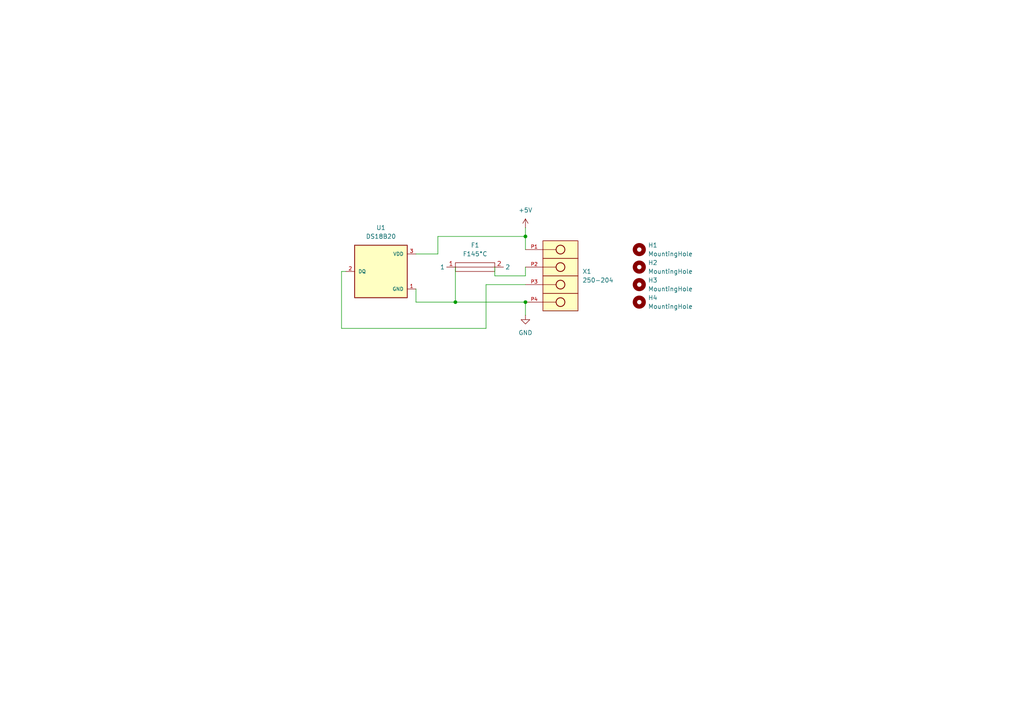
<source format=kicad_sch>
(kicad_sch (version 20231120) (generator "eeschema") (generator_version "8.0")
  (paper "A4")
  (lib_symbols
    (symbol "Mechanical:MountingHole" (pin_names (offset 1.016)) (exclude_from_sim yes) (in_bom no)
      (property "Reference" "H" (at 0 5.08 0))
      (property "Value" "MountingHole" (at 0 3.175 0))
      (symbol "MountingHole_0_1"
        (circle (center 0 0) (radius 1.27) (stroke (width 1.27)))
      )
    )
    (symbol "Snapeda:250-204" (pin_names (offset 1.016))
      (property "Reference" "X" (at -5.0878 10.8115 0))
      (property "Value" "250-204" (at -5.0863 -12.7158 0))
      (symbol "250-204_0_0"
        (rectangle (start -5.08 -10.16) (end 5.08 10.16) (stroke (width 0.2)) (fill (type background)))
        (circle (center 0 -7.62) (radius 1.27) (stroke (width 0.254)))
        (circle (center 0 -2.54) (radius 1.27) (stroke (width 0.254)))
        (polyline (pts (xy -5.08 -5.08) (xy 5.08 -5.08)) (stroke (width 0.2)))
        (polyline (pts (xy -5.08 5.08) (xy 5.08 5.08)) (stroke (width 0.2)))
        (polyline (pts (xy -1.27 -7.62) (xy -5.08 -7.62)) (stroke (width 0.1524)))
        (polyline (pts (xy -1.27 -2.54) (xy -5.08 -2.54)) (stroke (width 0.1524)))
        (polyline (pts (xy -1.27 2.54) (xy -5.08 2.54)) (stroke (width 0.1524)))
        (polyline (pts (xy -1.27 7.62) (xy -5.08 7.62)) (stroke (width 0.1524)))
        (polyline (pts (xy 5.08 0) (xy -5.08 0)) (stroke (width 0.2)))
        (circle (center 0 2.54) (radius 1.27) (stroke (width 0.254)))
        (circle (center 0 7.62) (radius 1.27) (stroke (width 0.254)))
        (pin passive line (at -10.16 7.62 0) (length 5.08) (name "~") (number "P1"))
        (pin passive line (at -10.16 2.54 0) (length 5.08) (name "~") (number "P2"))
        (pin passive line (at -10.16 -2.54 0) (length 5.08) (name "~") (number "P3"))
        (pin passive line (at -10.16 -7.62 0) (length 5.08) (name "~") (number "P4"))
      )
    )
    (symbol "Snapeda:DS18B20" (pin_names (offset 1.016))
      (property "Reference" "U" (at -7.6345 7.889 0))
      (property "Value" "DS18B20" (at -7.6233 -7.8775 0))
      (symbol "DS18B20_0_0"
        (rectangle (start -7.62 -7.62) (end 7.62 7.62) (stroke (width 0.254)) (fill (type background)))
        (pin power_in line (at 10.16 -5.08 180) (length 2.54) (name "GND") (number "1"))
        (pin bidirectional line (at -10.16 0 0) (length 2.54) (name "DQ") (number "2"))
        (pin power_in line (at 10.16 5.08 180) (length 2.54) (name "VDD") (number "3"))
      )
    )
    (symbol "Thermal-Fuses:U?"
      (property "Reference" "F?" (at -3.048 0 0))
      (property "Value" "F145°C" (at 0 0 0))
      (symbol "U?_0_1"
        (rectangle (start -1.27 5.08) (end 1.27 -6.35))
        (polyline (pts (xy 0 -6.35) (xy 0 5.08)))
      )
      (symbol "U?_1_1"
        (pin passive line (at 0 5.08 90) (length 2.54) (name "1") (number "1"))
        (pin passive line (at 0 -6.35 270) (length 2.54) (name "2") (number "2"))
      )
    )
    (symbol "power:+5V" (power) (pin_numbers hide) (pin_names (offset 0) hide)
      (property "Value" "+5V" (at 0 3.556 0))
      (symbol "+5V_0_1"
        (polyline (pts (xy -0.762 1.27) (xy 0 2.54)))
        (polyline (pts (xy 0 0) (xy 0 2.54)))
        (polyline (pts (xy 0 2.54) (xy 0.762 1.27)))
      )
      (symbol "+5V_1_1"
        (pin power_in line (at 0 0 90) (length 0) (name "~") (number "1"))
      )
    )
    (symbol "power:GND" (power) (pin_numbers hide) (pin_names (offset 0) hide)
      (property "Value" "GND" (at 0 -3.81 0))
      (symbol "GND_0_1"
        (polyline (pts (xy 0 0) (xy 0 -1.27) (xy 1.27 -1.27) (xy 0 -2.54) (xy -1.27 -1.27) (xy 0 -1.27)))
      )
      (symbol "GND_1_1"
        (pin power_in line (at 0 0 270) (length 0) (name "~") (number "1"))
      )
    )
  )
  (junction (at 152.4 68.58))
  (junction (at 132.08 87.63))
  (junction (at 152.4 87.63))
  (wire (pts (xy 127 68.58) (xy 152.4 68.58)))
  (wire (pts (xy 152.4 68.58) (xy 152.4 72.39)))
  (wire (pts (xy 140.97 95.25) (xy 140.97 82.55)))
  (wire (pts (xy 127 73.66) (xy 127 68.58)))
  (wire (pts (xy 120.65 87.63) (xy 132.08 87.63)))
  (wire (pts (xy 143.51 80.01) (xy 152.4 80.01)))
  (wire (pts (xy 140.97 82.55) (xy 152.4 82.55)))
  (wire (pts (xy 152.4 80.01) (xy 152.4 77.47)))
  (wire (pts (xy 120.65 83.82) (xy 120.65 87.63)))
  (wire (pts (xy 120.65 73.66) (xy 127 73.66)))
  (wire (pts (xy 152.4 66.04) (xy 152.4 68.58)))
  (wire (pts (xy 132.08 77.47) (xy 132.08 87.63)))
  (wire (pts (xy 143.51 77.47) (xy 143.51 80.01)))
  (wire (pts (xy 99.06 95.25) (xy 140.97 95.25)))
  (wire (pts (xy 152.4 91.44) (xy 152.4 87.63)))
  (wire (pts (xy 100.33 78.74) (xy 99.06 78.74)))
  (wire (pts (xy 132.08 87.63) (xy 152.4 87.63)))
  (wire (pts (xy 99.06 78.74) (xy 99.06 95.25)))
  (symbol (lib_id "power:GND") (at 152.4 91.44 0) (unit 1)
    (property "Reference" "#PWR02" (effects (hide yes)))
    (property "Value" "GND" (at 152.4 96.52 0))
    (property "Description" "Power symbol creates a global label with name \"GND\" , ground" (effects (hide yes)))
  )
  (symbol (lib_id "Mechanical:MountingHole") (at 185.42 77.47 0) (unit 1) (exclude_from_sim yes) (in_bom no)
    (property "Reference" "H2" (at 187.96 76.1999 0) (effects (justify left)))
    (property "Value" "MountingHole" (at 187.96 78.7399 0) (effects (justify left)))
    (property "Footprint" "MountingHole:MountingHole_3.2mm_M3" (effects (hide yes)))
    (property "Description" "Mounting Hole without connection" (effects (hide yes)))
  )
  (symbol (lib_id "Mechanical:MountingHole") (at 185.42 82.55 0) (unit 1) (exclude_from_sim yes) (in_bom no)
    (property "Reference" "H3" (at 187.96 81.2799 0) (effects (justify left)))
    (property "Value" "MountingHole" (at 187.96 83.8199 0) (effects (justify left)))
    (property "Footprint" "MountingHole:MountingHole_3.2mm_M3" (effects (hide yes)))
    (property "Description" "Mounting Hole without connection" (effects (hide yes)))
  )
  (symbol (lib_id "Mechanical:MountingHole") (at 185.42 87.63 0) (unit 1) (exclude_from_sim yes) (in_bom no)
    (property "Reference" "H4" (at 187.96 86.3599 0) (effects (justify left)))
    (property "Value" "MountingHole" (at 187.96 88.8999 0) (effects (justify left)))
    (property "Footprint" "MountingHole:MountingHole_3.2mm_M3" (effects (hide yes)))
    (property "Description" "Mounting Hole without connection" (effects (hide yes)))
  )
  (symbol (lib_id "Thermal-Fuses:U?") (at 137.16 77.47 90) (unit 1)
    (property "Reference" "F1" (at 137.795 71.12 90))
    (property "Value" "F145°C" (at 137.795 73.66 90))
    (property "Footprint" "THERMOFUSE:THERMALFUSE" (effects (hide yes)))
  )
  (symbol (lib_id "power:+5V") (at 152.4 66.04 0) (unit 1)
    (property "Reference" "#PWR01" (effects (hide yes)))
    (property "Value" "+5V" (at 152.4 60.96 0))
    (property "Description" "Power symbol creates a global label with name \"+5V\"" (effects (hide yes)))
  )
  (symbol (lib_id "Snapeda:250-204") (at 162.56 80.01 0) (unit 1)
    (property "Reference" "X1" (at 168.91 78.7399 0) (effects (justify left)))
    (property "Value" "250-204" (at 168.91 81.2799 0) (effects (justify left)))
    (property "Footprint" "Snapeda:250-204_WAGO_250-204" (effects (hide yes)))
    (property "MF" "WAGO Innovative Connections" (effects (hide yes)))
    (property "DESCRIPTION" "1-conductor PCB terminal strip, 1 solder pin/pole, staggered, 4-pole, pin spacing 3, 5 mm" (effects (hide yes)))
    (property "PACKAGE" "None" (effects (hide yes)))
    (property "PRICE" "0.86 USD" (effects (hide yes)))
    (property "Package" "None" (effects (hide yes)))
    (property "Check_prices" "https://www.snapeda.com/parts/250-204/WAGO/view-part/?ref=eda" (effects (hide yes)))
    (property "STANDARD" "Manufacturer recommendations" (effects (hide yes)))
    (property "SnapEDA_Link" "https://www.snapeda.com/parts/250-204/WAGO/view-part/?ref=snap" (effects (hide yes)))
    (property "MP" "250-204" (effects (hide yes)))
    (property "Price" "None" (effects (hide yes)))
    (property "Availability" "In Stock" (effects (hide yes)))
    (property "AVAILABILITY" "Good" (effects (hide yes)))
    (property "Description_1" "\n4 Position Wire to Board Terminal Block 45° (135°) Angle with Board 0.138 (3.50mm) Through Hole\n" (effects (hide yes)))
  )
  (symbol (lib_id "Mechanical:MountingHole") (at 185.42 72.39 0) (unit 1) (exclude_from_sim yes) (in_bom no)
    (property "Reference" "H1" (at 187.96 71.1199 0) (effects (justify left)))
    (property "Value" "MountingHole" (at 187.96 73.6599 0) (effects (justify left)))
    (property "Footprint" "MountingHole:MountingHole_3.2mm_M3" (effects (hide yes)))
    (property "Description" "Mounting Hole without connection" (effects (hide yes)))
  )
  (symbol (lib_id "Snapeda:DS18B20") (at 110.49 78.74 0) (unit 1)
    (property "Reference" "U1" (at 110.49 66.04 0))
    (property "Value" "DS18B20" (at 110.49 68.58 0))
    (property "Footprint" "Snapeda:DS18B20_TO-92-TO92127P495H2044-3" (effects (hide yes)))
    (property "MF" "Analog Devices" (effects (hide yes)))
    (property "Description_1" "\nProgrammable Resolution 1-Wire Digital Thermometer\n" (effects (hide yes)))
    (property "Package" "TO-226-3 Maxim" (effects (hide yes)))
    (property "Price" "None" (effects (hide yes)))
    (property "Check_prices" "https://www.snapeda.com/parts/DS18B20+/Analog+Devices/view-part/?ref=eda" (effects (hide yes)))
    (property "STANDARD" "IPC-7251" (effects (hide yes)))
    (property "PARTREV" "5" (effects (hide yes)))
    (property "SnapEDA_Link" "https://www.snapeda.com/parts/DS18B20+/Analog+Devices/view-part/?ref=snap" (effects (hide yes)))
    (property "MP" "DS18B20+" (effects (hide yes)))
    (property "Purchase-URL" "https://www.snapeda.com/api/url_track_click_mouser/?unipart_id=567247&manufacturer=Analog Devices&part_name=DS18B20+&search_term=ds18b20" (effects (hide yes)))
    (property "Availability" "In Stock" (effects (hide yes)))
    (property "MANUFACTURER" "Maxim Integrated" (effects (hide yes)))
  )
)
</source>
